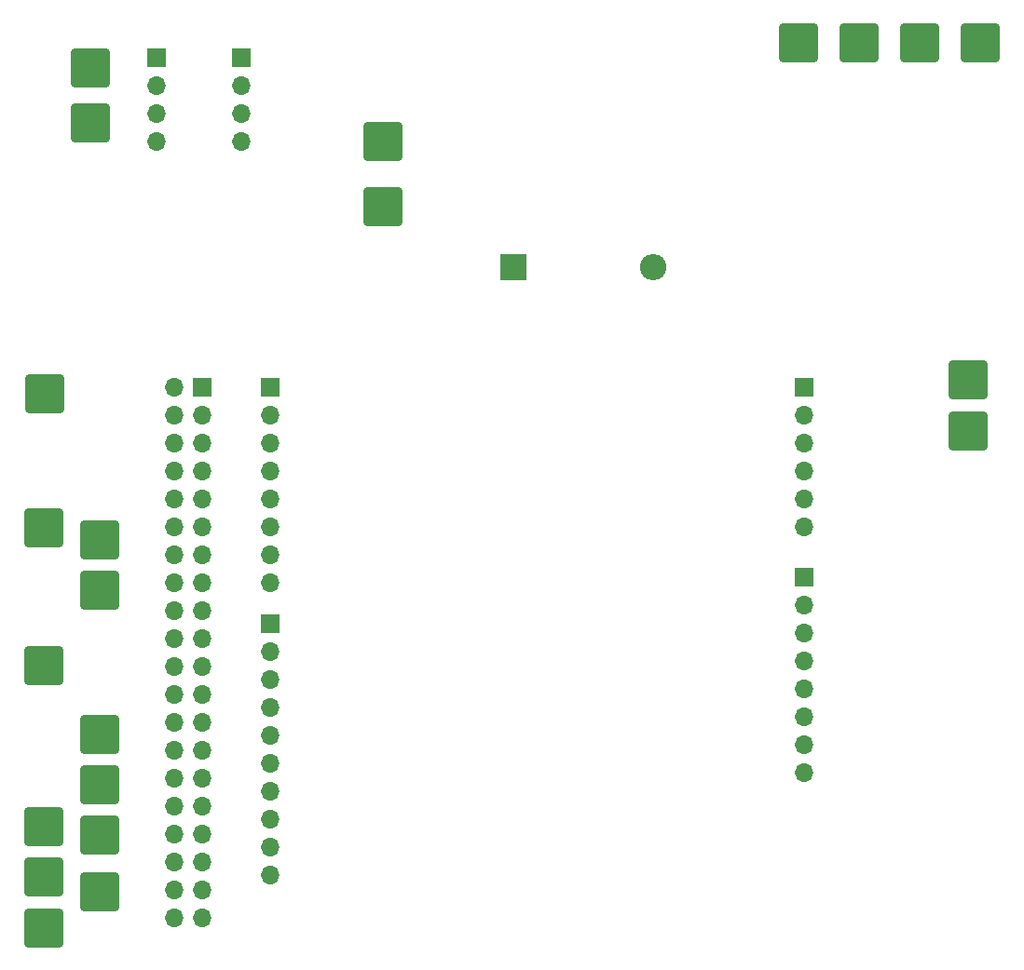
<source format=gbr>
%TF.GenerationSoftware,KiCad,Pcbnew,8.0.2*%
%TF.CreationDate,2024-06-28T22:02:35+02:00*%
%TF.ProjectId,Leiterkarte,4c656974-6572-46b6-9172-74652e6b6963,rev?*%
%TF.SameCoordinates,Original*%
%TF.FileFunction,Soldermask,Bot*%
%TF.FilePolarity,Negative*%
%FSLAX46Y46*%
G04 Gerber Fmt 4.6, Leading zero omitted, Abs format (unit mm)*
G04 Created by KiCad (PCBNEW 8.0.2) date 2024-06-28 22:02:35*
%MOMM*%
%LPD*%
G01*
G04 APERTURE LIST*
G04 Aperture macros list*
%AMRoundRect*
0 Rectangle with rounded corners*
0 $1 Rounding radius*
0 $2 $3 $4 $5 $6 $7 $8 $9 X,Y pos of 4 corners*
0 Add a 4 corners polygon primitive as box body*
4,1,4,$2,$3,$4,$5,$6,$7,$8,$9,$2,$3,0*
0 Add four circle primitives for the rounded corners*
1,1,$1+$1,$2,$3*
1,1,$1+$1,$4,$5*
1,1,$1+$1,$6,$7*
1,1,$1+$1,$8,$9*
0 Add four rect primitives between the rounded corners*
20,1,$1+$1,$2,$3,$4,$5,0*
20,1,$1+$1,$4,$5,$6,$7,0*
20,1,$1+$1,$6,$7,$8,$9,0*
20,1,$1+$1,$8,$9,$2,$3,0*%
G04 Aperture macros list end*
%ADD10R,2.400000X2.400000*%
%ADD11O,2.400000X2.400000*%
%ADD12RoundRect,0.250002X-1.499998X-1.499998X1.499998X-1.499998X1.499998X1.499998X-1.499998X1.499998X0*%
%ADD13RoundRect,0.250002X1.499998X1.499998X-1.499998X1.499998X-1.499998X-1.499998X1.499998X-1.499998X0*%
%ADD14O,1.700000X1.700000*%
%ADD15R,1.700000X1.700000*%
G04 APERTURE END LIST*
D10*
%TO.C,D2*%
X139850000Y-83200000D03*
D11*
X152550000Y-83200000D03*
%TD*%
D12*
%TO.C,RBLINK_1*%
X181200000Y-98100000D03*
%TD*%
%TO.C,VIN1*%
X128000000Y-71800000D03*
%TD*%
%TO.C,GND1*%
X128000000Y-77700000D03*
%TD*%
%TO.C,J27*%
X97200000Y-143300000D03*
%TD*%
%TO.C,J26*%
X97200000Y-138700000D03*
%TD*%
%TO.C,J25*%
X97200000Y-134100000D03*
%TD*%
%TO.C,J24*%
X97200000Y-119500000D03*
%TD*%
%TO.C,J23*%
X97200000Y-106900000D03*
%TD*%
%TO.C,J21*%
X97300000Y-94700000D03*
%TD*%
%TO.C,J20*%
X102300000Y-140000000D03*
%TD*%
%TO.C,J19*%
X102300000Y-134900000D03*
%TD*%
%TO.C,J18*%
X102300000Y-130300000D03*
%TD*%
%TO.C,J17*%
X102300000Y-125700000D03*
%TD*%
%TO.C,J16*%
X102300000Y-112600000D03*
%TD*%
%TO.C,J15*%
X102300000Y-108000000D03*
%TD*%
%TO.C,RPM_1*%
X165800000Y-62800000D03*
%TD*%
%TO.C,FUEL_1*%
X171300000Y-62800000D03*
%TD*%
%TO.C,OIL_1*%
X176800000Y-62800000D03*
%TD*%
%TO.C,TEMP_1*%
X182300000Y-62800000D03*
%TD*%
%TO.C,LBLINK_1*%
X181170000Y-93500000D03*
%TD*%
%TO.C,SPEED-_1*%
X101470000Y-65090000D03*
%TD*%
D13*
%TO.C,SPEED+_1*%
X101450000Y-70070000D03*
%TD*%
D14*
%TO.C,J12*%
X115170000Y-71795000D03*
X115170000Y-69255000D03*
X115170000Y-66715000D03*
D15*
X115170000Y-64175000D03*
%TD*%
%TO.C,J5*%
X111570000Y-94175000D03*
D14*
X109030000Y-94175000D03*
X111570000Y-96715000D03*
X109030000Y-96715000D03*
X111570000Y-99255000D03*
X109030000Y-99255000D03*
X111570000Y-101795000D03*
X109030000Y-101795000D03*
X111570000Y-104335000D03*
X109030000Y-104335000D03*
X111570000Y-106875000D03*
X109030000Y-106875000D03*
X111570000Y-109415000D03*
X109030000Y-109415000D03*
X111570000Y-111955000D03*
X109030000Y-111955000D03*
X111570000Y-114495000D03*
X109030000Y-114495000D03*
X111570000Y-117035000D03*
X109030000Y-117035000D03*
X111570000Y-119575000D03*
X109030000Y-119575000D03*
X111570000Y-122115000D03*
X109030000Y-122115000D03*
X111570000Y-124655000D03*
X109030000Y-124655000D03*
X111570000Y-127195000D03*
X109030000Y-127195000D03*
X111570000Y-129735000D03*
X109030000Y-129735000D03*
X111570000Y-132275000D03*
X109030000Y-132275000D03*
X111570000Y-134815000D03*
X109030000Y-134815000D03*
X111570000Y-137355000D03*
X109030000Y-137355000D03*
X111570000Y-139895000D03*
X109030000Y-139895000D03*
X111570000Y-142435000D03*
X109030000Y-142435000D03*
%TD*%
%TO.C,J3*%
X166320000Y-129205000D03*
X166320000Y-126665000D03*
X166320000Y-124125000D03*
X166320000Y-121585000D03*
X166320000Y-119045000D03*
X166320000Y-116505000D03*
X166320000Y-113965000D03*
D15*
X166320000Y-111425000D03*
%TD*%
D14*
%TO.C,J2*%
X117820000Y-111955000D03*
X117820000Y-109415000D03*
X117820000Y-106875000D03*
X117820000Y-104335000D03*
X117820000Y-101795000D03*
X117820000Y-99255000D03*
X117820000Y-96715000D03*
D15*
X117820000Y-94175000D03*
%TD*%
D14*
%TO.C,J4*%
X166320000Y-106875000D03*
X166320000Y-104335000D03*
X166320000Y-101795000D03*
X166320000Y-99255000D03*
X166320000Y-96715000D03*
D15*
X166320000Y-94175000D03*
%TD*%
D14*
%TO.C,J1*%
X117820000Y-138535000D03*
X117820000Y-135995000D03*
X117820000Y-133455000D03*
X117820000Y-130915000D03*
X117820000Y-128375000D03*
X117820000Y-125835000D03*
X117820000Y-123295000D03*
X117820000Y-120755000D03*
X117820000Y-118215000D03*
D15*
X117820000Y-115675000D03*
%TD*%
D14*
%TO.C,J11*%
X107420000Y-71795000D03*
X107420000Y-69255000D03*
X107420000Y-66715000D03*
D15*
X107420000Y-64175000D03*
%TD*%
M02*

</source>
